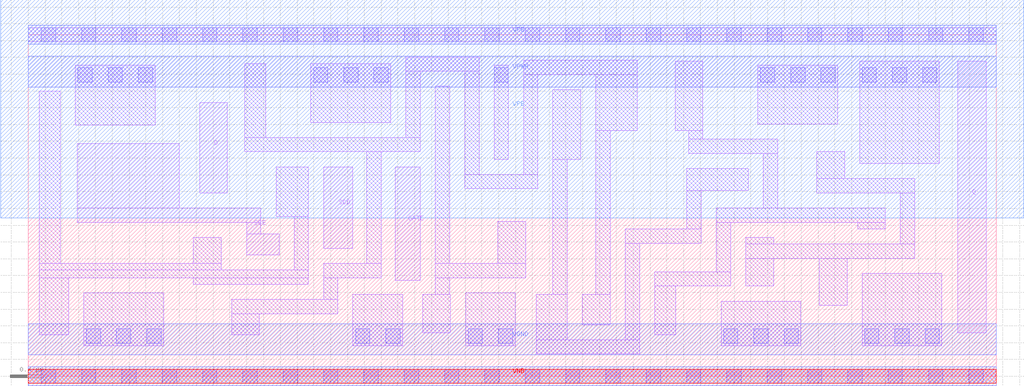
<source format=lef>
# Copyright 2020 The SkyWater PDK Authors
#
# Licensed under the Apache License, Version 2.0 (the "License");
# you may not use this file except in compliance with the License.
# You may obtain a copy of the License at
#
#     https://www.apache.org/licenses/LICENSE-2.0
#
# Unless required by applicable law or agreed to in writing, software
# distributed under the License is distributed on an "AS IS" BASIS,
# WITHOUT WARRANTIES OR CONDITIONS OF ANY KIND, either express or implied.
# See the License for the specific language governing permissions and
# limitations under the License.
#
# SPDX-License-Identifier: Apache-2.0

VERSION 5.7 ;
  NOWIREEXTENSIONATPIN ON ;
  DIVIDERCHAR "/" ;
  BUSBITCHARS "[]" ;
MACRO sky130_fd_sc_hvl__sdlxtp_1
  CLASS CORE ;
  FOREIGN sky130_fd_sc_hvl__sdlxtp_1 ;
  ORIGIN  0.000000  0.000000 ;
  SIZE  11.52000 BY  4.070000 ;
  SYMMETRY X Y ;
  SITE unithv ;
  PIN D
    ANTENNAGATEAREA  0.585000 ;
    DIRECTION INPUT ;
    USE SIGNAL ;
    PORT
      LAYER li1 ;
        RECT 2.040000 2.185000 2.370000 3.260000 ;
    END
  END D
  PIN Q
    ANTENNADIFFAREA  0.626250 ;
    DIRECTION OUTPUT ;
    USE SIGNAL ;
    PORT
      LAYER li1 ;
        RECT 11.060000 0.515000 11.400000 3.755000 ;
    END
  END Q
  PIN SCD
    ANTENNAGATEAREA  0.585000 ;
    DIRECTION INPUT ;
    USE SIGNAL ;
    PORT
      LAYER li1 ;
        RECT 3.515000 1.525000 3.860000 2.495000 ;
    END
  END SCD
  PIN SCE
    ANTENNAGATEAREA  1.005000 ;
    DIRECTION INPUT ;
    USE SIGNAL ;
    PORT
      LAYER li1 ;
        RECT 0.585000 1.835000 2.770000 2.005000 ;
        RECT 0.585000 2.005000 1.795000 2.775000 ;
        RECT 2.600000 1.445000 2.985000 1.695000 ;
        RECT 2.600000 1.695000 2.770000 1.835000 ;
    END
  END SCE
  PIN GATE
    ANTENNAGATEAREA  0.585000 ;
    DIRECTION INPUT ;
    USE CLOCK ;
    PORT
      LAYER li1 ;
        RECT 4.370000 1.145000 4.665000 2.495000 ;
    END
  END GATE
  PIN VGND
    DIRECTION INOUT ;
    USE GROUND ;
    PORT
      LAYER met1 ;
        RECT 0.000000 0.255000 11.520000 0.625000 ;
    END
  END VGND
  PIN VNB
    DIRECTION INOUT ;
    USE GROUND ;
    PORT
      LAYER met1 ;
        RECT 0.000000 -0.115000 11.520000 0.115000 ;
      LAYER pwell ;
        RECT 0.000000 -0.085000 11.520000 0.085000 ;
    END
  END VNB
  PIN VPB
    DIRECTION INOUT ;
    USE POWER ;
    PORT
      LAYER met1 ;
        RECT 0.000000 3.955000 11.520000 4.185000 ;
      LAYER nwell ;
        RECT -0.330000 1.885000 11.850000 4.485000 ;
    END
  END VPB
  PIN VPWR
    DIRECTION INOUT ;
    USE POWER ;
    PORT
      LAYER met1 ;
        RECT 0.000000 3.445000 11.520000 3.815000 ;
    END
  END VPWR
  OBS
    LAYER li1 ;
      RECT  0.000000 -0.085000 11.520000 0.085000 ;
      RECT  0.000000  3.985000 11.520000 4.155000 ;
      RECT  0.130000  0.495000  0.480000 1.175000 ;
      RECT  0.130000  1.175000  3.335000 1.265000 ;
      RECT  0.130000  1.265000  2.295000 1.345000 ;
      RECT  0.130000  1.345000  0.380000 3.395000 ;
      RECT  0.560000  2.995000  1.510000 3.705000 ;
      RECT  0.660000  0.365000  1.610000 0.995000 ;
      RECT  1.965000  1.095000  3.335000 1.175000 ;
      RECT  1.965000  1.345000  2.295000 1.655000 ;
      RECT  2.420000  0.495000  2.750000 0.745000 ;
      RECT  2.420000  0.745000  3.685000 0.915000 ;
      RECT  2.575000  2.675000  4.665000 2.845000 ;
      RECT  2.575000  2.845000  2.825000 3.725000 ;
      RECT  2.950000  1.905000  3.335000 2.495000 ;
      RECT  3.165000  1.265000  3.335000 1.905000 ;
      RECT  3.365000  3.025000  4.315000 3.725000 ;
      RECT  3.515000  0.915000  3.685000 1.175000 ;
      RECT  3.515000  1.175000  4.200000 1.345000 ;
      RECT  3.865000  0.365000  4.455000 0.975000 ;
      RECT  4.030000  1.345000  4.200000 2.675000 ;
      RECT  4.495000  2.845000  4.665000 3.635000 ;
      RECT  4.495000  3.635000  5.365000 3.805000 ;
      RECT  4.695000  0.515000  5.025000 0.975000 ;
      RECT  4.845000  0.975000  5.015000 1.175000 ;
      RECT  4.845000  1.175000  5.920000 1.345000 ;
      RECT  4.845000  1.345000  5.015000 3.455000 ;
      RECT  5.195000  2.235000  6.065000 2.405000 ;
      RECT  5.195000  2.405000  5.365000 3.635000 ;
      RECT  5.205000  0.365000  5.795000 0.995000 ;
      RECT  5.545000  2.585000  5.715000 3.705000 ;
      RECT  5.590000  1.345000  5.920000 1.845000 ;
      RECT  5.895000  2.405000  6.065000 3.595000 ;
      RECT  5.895000  3.595000  7.250000 3.765000 ;
      RECT  6.045000  0.265000  7.275000 0.435000 ;
      RECT  6.045000  0.435000  6.415000 0.975000 ;
      RECT  6.245000  0.975000  6.415000 2.585000 ;
      RECT  6.245000  2.585000  6.575000 3.415000 ;
      RECT  6.595000  0.615000  6.925000 0.975000 ;
      RECT  6.755000  0.975000  6.925000 2.925000 ;
      RECT  6.755000  2.925000  7.250000 3.595000 ;
      RECT  7.105000  0.435000  7.275000 1.585000 ;
      RECT  7.105000  1.585000  8.010000 1.755000 ;
      RECT  7.455000  0.495000  7.705000 1.075000 ;
      RECT  7.455000  1.075000  8.360000 1.245000 ;
      RECT  7.700000  2.925000  8.030000 3.755000 ;
      RECT  7.840000  1.755000  8.010000 2.215000 ;
      RECT  7.840000  2.215000  8.570000 2.475000 ;
      RECT  7.860000  2.655000  8.920000 2.825000 ;
      RECT  7.860000  2.825000  8.030000 2.925000 ;
      RECT  8.190000  1.245000  8.360000 1.835000 ;
      RECT  8.190000  1.835000 10.200000 2.005000 ;
      RECT  8.245000  0.365000  9.195000 0.895000 ;
      RECT  8.540000  1.075000  8.870000 1.405000 ;
      RECT  8.540000  1.405000 10.550000 1.575000 ;
      RECT  8.540000  1.575000  8.870000 1.655000 ;
      RECT  8.685000  3.005000  9.635000 3.705000 ;
      RECT  8.750000  2.005000  8.920000 2.655000 ;
      RECT  9.385000  2.185000 10.550000 2.355000 ;
      RECT  9.385000  2.355000  9.715000 2.675000 ;
      RECT  9.415000  0.845000  9.745000 1.405000 ;
      RECT  9.870000  1.755000 10.200000 1.835000 ;
      RECT  9.895000  2.535000 10.845000 3.755000 ;
      RECT  9.925000  0.365000 10.875000 1.225000 ;
      RECT 10.380000  1.575000 10.550000 2.185000 ;
    LAYER mcon ;
      RECT  0.155000 -0.085000  0.325000 0.085000 ;
      RECT  0.155000  3.985000  0.325000 4.155000 ;
      RECT  0.590000  3.505000  0.760000 3.675000 ;
      RECT  0.635000 -0.085000  0.805000 0.085000 ;
      RECT  0.635000  3.985000  0.805000 4.155000 ;
      RECT  0.690000  0.395000  0.860000 0.565000 ;
      RECT  0.950000  3.505000  1.120000 3.675000 ;
      RECT  1.050000  0.395000  1.220000 0.565000 ;
      RECT  1.115000 -0.085000  1.285000 0.085000 ;
      RECT  1.115000  3.985000  1.285000 4.155000 ;
      RECT  1.310000  3.505000  1.480000 3.675000 ;
      RECT  1.410000  0.395000  1.580000 0.565000 ;
      RECT  1.595000 -0.085000  1.765000 0.085000 ;
      RECT  1.595000  3.985000  1.765000 4.155000 ;
      RECT  2.075000 -0.085000  2.245000 0.085000 ;
      RECT  2.075000  3.985000  2.245000 4.155000 ;
      RECT  2.555000 -0.085000  2.725000 0.085000 ;
      RECT  2.555000  3.985000  2.725000 4.155000 ;
      RECT  3.035000 -0.085000  3.205000 0.085000 ;
      RECT  3.035000  3.985000  3.205000 4.155000 ;
      RECT  3.395000  3.505000  3.565000 3.675000 ;
      RECT  3.515000 -0.085000  3.685000 0.085000 ;
      RECT  3.515000  3.985000  3.685000 4.155000 ;
      RECT  3.755000  3.505000  3.925000 3.675000 ;
      RECT  3.895000  0.395000  4.065000 0.565000 ;
      RECT  3.995000 -0.085000  4.165000 0.085000 ;
      RECT  3.995000  3.985000  4.165000 4.155000 ;
      RECT  4.115000  3.505000  4.285000 3.675000 ;
      RECT  4.255000  0.395000  4.425000 0.565000 ;
      RECT  4.475000 -0.085000  4.645000 0.085000 ;
      RECT  4.475000  3.985000  4.645000 4.155000 ;
      RECT  4.955000 -0.085000  5.125000 0.085000 ;
      RECT  4.955000  3.985000  5.125000 4.155000 ;
      RECT  5.235000  0.395000  5.405000 0.565000 ;
      RECT  5.435000 -0.085000  5.605000 0.085000 ;
      RECT  5.435000  3.985000  5.605000 4.155000 ;
      RECT  5.545000  3.505000  5.715000 3.675000 ;
      RECT  5.595000  0.395000  5.765000 0.565000 ;
      RECT  5.915000 -0.085000  6.085000 0.085000 ;
      RECT  5.915000  3.985000  6.085000 4.155000 ;
      RECT  6.395000 -0.085000  6.565000 0.085000 ;
      RECT  6.395000  3.985000  6.565000 4.155000 ;
      RECT  6.875000 -0.085000  7.045000 0.085000 ;
      RECT  6.875000  3.985000  7.045000 4.155000 ;
      RECT  7.355000 -0.085000  7.525000 0.085000 ;
      RECT  7.355000  3.985000  7.525000 4.155000 ;
      RECT  7.835000 -0.085000  8.005000 0.085000 ;
      RECT  7.835000  3.985000  8.005000 4.155000 ;
      RECT  8.275000  0.395000  8.445000 0.565000 ;
      RECT  8.315000 -0.085000  8.485000 0.085000 ;
      RECT  8.315000  3.985000  8.485000 4.155000 ;
      RECT  8.635000  0.395000  8.805000 0.565000 ;
      RECT  8.715000  3.505000  8.885000 3.675000 ;
      RECT  8.795000 -0.085000  8.965000 0.085000 ;
      RECT  8.795000  3.985000  8.965000 4.155000 ;
      RECT  8.995000  0.395000  9.165000 0.565000 ;
      RECT  9.075000  3.505000  9.245000 3.675000 ;
      RECT  9.275000 -0.085000  9.445000 0.085000 ;
      RECT  9.275000  3.985000  9.445000 4.155000 ;
      RECT  9.435000  3.505000  9.605000 3.675000 ;
      RECT  9.755000 -0.085000  9.925000 0.085000 ;
      RECT  9.755000  3.985000  9.925000 4.155000 ;
      RECT  9.925000  3.505000 10.095000 3.675000 ;
      RECT  9.955000  0.395000 10.125000 0.565000 ;
      RECT 10.235000 -0.085000 10.405000 0.085000 ;
      RECT 10.235000  3.985000 10.405000 4.155000 ;
      RECT 10.285000  3.505000 10.455000 3.675000 ;
      RECT 10.315000  0.395000 10.485000 0.565000 ;
      RECT 10.645000  3.505000 10.815000 3.675000 ;
      RECT 10.675000  0.395000 10.845000 0.565000 ;
      RECT 10.715000 -0.085000 10.885000 0.085000 ;
      RECT 10.715000  3.985000 10.885000 4.155000 ;
      RECT 11.195000 -0.085000 11.365000 0.085000 ;
      RECT 11.195000  3.985000 11.365000 4.155000 ;
  END
END sky130_fd_sc_hvl__sdlxtp_1
END LIBRARY

</source>
